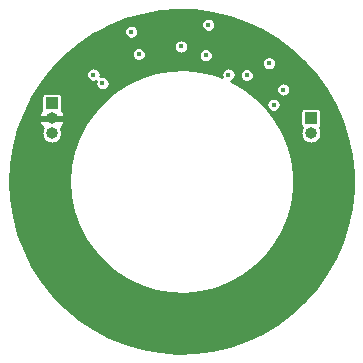
<source format=gbr>
G04 #@! TF.GenerationSoftware,KiCad,Pcbnew,(5.1.4)-1*
G04 #@! TF.CreationDate,2020-07-29T22:37:45-07:00*
G04 #@! TF.ProjectId,Kicad LED Rings_Circular_final_V2,4b696361-6420-44c4-9544-2052696e6773,rev?*
G04 #@! TF.SameCoordinates,Original*
G04 #@! TF.FileFunction,Copper,L3,Inr*
G04 #@! TF.FilePolarity,Positive*
%FSLAX46Y46*%
G04 Gerber Fmt 4.6, Leading zero omitted, Abs format (unit mm)*
G04 Created by KiCad (PCBNEW (5.1.4)-1) date 2020-07-29 22:37:45*
%MOMM*%
%LPD*%
G04 APERTURE LIST*
%ADD10R,1.000000X1.000000*%
%ADD11O,1.000000X1.000000*%
%ADD12C,0.450000*%
%ADD13C,0.254000*%
G04 APERTURE END LIST*
D10*
X98659680Y-73283900D03*
D11*
X98659680Y-74553900D03*
X98659680Y-75823900D03*
D10*
X120591580Y-74553420D03*
D11*
X120591580Y-75823420D03*
D12*
X114348260Y-68521580D03*
X113609120Y-70866000D03*
X105369160Y-67236140D03*
X109595920Y-68486020D03*
X102946200Y-71594980D03*
X117436900Y-73416160D03*
X102176580Y-70868540D03*
X111691370Y-69230190D03*
X118239540Y-72130920D03*
X111894620Y-66652140D03*
X117050820Y-69905880D03*
X106029760Y-69128640D03*
X115173760Y-70911720D03*
D13*
G36*
X110770511Y-65434303D02*
G01*
X112252977Y-65626238D01*
X113707852Y-65969584D01*
X115119712Y-66460702D01*
X116473592Y-67094387D01*
X117755141Y-67863919D01*
X118950772Y-68761144D01*
X120047814Y-69776549D01*
X121034635Y-70899371D01*
X121900777Y-72117708D01*
X122637058Y-73418645D01*
X123235672Y-74788392D01*
X123690276Y-76212430D01*
X123996048Y-77675663D01*
X124149749Y-79162580D01*
X124149749Y-80657420D01*
X123996048Y-82144337D01*
X123690276Y-83607570D01*
X123235672Y-85031608D01*
X122637058Y-86401355D01*
X121900777Y-87702292D01*
X121034635Y-88920629D01*
X120047814Y-90043451D01*
X118950772Y-91058856D01*
X117755141Y-91956081D01*
X116473592Y-92725613D01*
X115119712Y-93359298D01*
X113707852Y-93850416D01*
X112252977Y-94193762D01*
X110770511Y-94385697D01*
X109276166Y-94424186D01*
X107785784Y-94308822D01*
X106315164Y-94040825D01*
X104879893Y-93623039D01*
X103495187Y-93059891D01*
X102175723Y-92357351D01*
X100935489Y-91522866D01*
X99787630Y-90565282D01*
X98744315Y-89494749D01*
X97816604Y-88322615D01*
X97014329Y-87061305D01*
X96345995Y-85724190D01*
X95818687Y-84325443D01*
X95437994Y-82879891D01*
X95207953Y-81402858D01*
X95131000Y-79910000D01*
X100149000Y-79910000D01*
X100233773Y-81176359D01*
X100486578Y-82420121D01*
X100902905Y-83619089D01*
X101475325Y-84751868D01*
X102193621Y-85798244D01*
X103044977Y-86739544D01*
X104014199Y-87558971D01*
X105083993Y-88241901D01*
X106235267Y-88776149D01*
X107447477Y-89152180D01*
X108698991Y-89363284D01*
X109967476Y-89405694D01*
X111230295Y-89278653D01*
X112464914Y-88984429D01*
X113649301Y-88528271D01*
X114762320Y-87918319D01*
X115784110Y-87165460D01*
X116696437Y-86283126D01*
X117483019Y-85287063D01*
X118129821Y-84195047D01*
X118625301Y-83026564D01*
X118960616Y-81802466D01*
X119129783Y-80544597D01*
X119129783Y-79275403D01*
X118960616Y-78017534D01*
X118625301Y-76793436D01*
X118213979Y-75823420D01*
X119706318Y-75823420D01*
X119723328Y-75996126D01*
X119773705Y-76162195D01*
X119855512Y-76315245D01*
X119965605Y-76449395D01*
X120099755Y-76559488D01*
X120252805Y-76641295D01*
X120418874Y-76691672D01*
X120548307Y-76704420D01*
X120634853Y-76704420D01*
X120764286Y-76691672D01*
X120930355Y-76641295D01*
X121083405Y-76559488D01*
X121217555Y-76449395D01*
X121327648Y-76315245D01*
X121409455Y-76162195D01*
X121459832Y-75996126D01*
X121476842Y-75823420D01*
X121459832Y-75650714D01*
X121409455Y-75484645D01*
X121335438Y-75346169D01*
X121362291Y-75324131D01*
X121409902Y-75266116D01*
X121445281Y-75199928D01*
X121467067Y-75128109D01*
X121474423Y-75053420D01*
X121474423Y-74053420D01*
X121467067Y-73978731D01*
X121445281Y-73906912D01*
X121409902Y-73840724D01*
X121362291Y-73782709D01*
X121304276Y-73735098D01*
X121238088Y-73699719D01*
X121166269Y-73677933D01*
X121091580Y-73670577D01*
X120091580Y-73670577D01*
X120016891Y-73677933D01*
X119945072Y-73699719D01*
X119878884Y-73735098D01*
X119820869Y-73782709D01*
X119773258Y-73840724D01*
X119737879Y-73906912D01*
X119716093Y-73978731D01*
X119708737Y-74053420D01*
X119708737Y-75053420D01*
X119716093Y-75128109D01*
X119737879Y-75199928D01*
X119773258Y-75266116D01*
X119820869Y-75324131D01*
X119847722Y-75346169D01*
X119773705Y-75484645D01*
X119723328Y-75650714D01*
X119706318Y-75823420D01*
X118213979Y-75823420D01*
X118129821Y-75624953D01*
X117483019Y-74532937D01*
X116696437Y-73536874D01*
X116509905Y-73356474D01*
X116830900Y-73356474D01*
X116830900Y-73475846D01*
X116854188Y-73592924D01*
X116899870Y-73703209D01*
X116966189Y-73802462D01*
X117050598Y-73886871D01*
X117149851Y-73953190D01*
X117260136Y-73998872D01*
X117377214Y-74022160D01*
X117496586Y-74022160D01*
X117613664Y-73998872D01*
X117723949Y-73953190D01*
X117823202Y-73886871D01*
X117907611Y-73802462D01*
X117973930Y-73703209D01*
X118019612Y-73592924D01*
X118042900Y-73475846D01*
X118042900Y-73356474D01*
X118019612Y-73239396D01*
X117973930Y-73129111D01*
X117907611Y-73029858D01*
X117823202Y-72945449D01*
X117723949Y-72879130D01*
X117613664Y-72833448D01*
X117496586Y-72810160D01*
X117377214Y-72810160D01*
X117260136Y-72833448D01*
X117149851Y-72879130D01*
X117050598Y-72945449D01*
X116966189Y-73029858D01*
X116899870Y-73129111D01*
X116854188Y-73239396D01*
X116830900Y-73356474D01*
X116509905Y-73356474D01*
X115784110Y-72654540D01*
X114992440Y-72071234D01*
X117633540Y-72071234D01*
X117633540Y-72190606D01*
X117656828Y-72307684D01*
X117702510Y-72417969D01*
X117768829Y-72517222D01*
X117853238Y-72601631D01*
X117952491Y-72667950D01*
X118062776Y-72713632D01*
X118179854Y-72736920D01*
X118299226Y-72736920D01*
X118416304Y-72713632D01*
X118526589Y-72667950D01*
X118625842Y-72601631D01*
X118710251Y-72517222D01*
X118776570Y-72417969D01*
X118822252Y-72307684D01*
X118845540Y-72190606D01*
X118845540Y-72071234D01*
X118822252Y-71954156D01*
X118776570Y-71843871D01*
X118710251Y-71744618D01*
X118625842Y-71660209D01*
X118526589Y-71593890D01*
X118416304Y-71548208D01*
X118299226Y-71524920D01*
X118179854Y-71524920D01*
X118062776Y-71548208D01*
X117952491Y-71593890D01*
X117853238Y-71660209D01*
X117768829Y-71744618D01*
X117702510Y-71843871D01*
X117656828Y-71954156D01*
X117633540Y-72071234D01*
X114992440Y-72071234D01*
X114762320Y-71901681D01*
X113871241Y-71413356D01*
X113896169Y-71403030D01*
X113995422Y-71336711D01*
X114079831Y-71252302D01*
X114146150Y-71153049D01*
X114191832Y-71042764D01*
X114215120Y-70925686D01*
X114215120Y-70852034D01*
X114567760Y-70852034D01*
X114567760Y-70971406D01*
X114591048Y-71088484D01*
X114636730Y-71198769D01*
X114703049Y-71298022D01*
X114787458Y-71382431D01*
X114886711Y-71448750D01*
X114996996Y-71494432D01*
X115114074Y-71517720D01*
X115233446Y-71517720D01*
X115350524Y-71494432D01*
X115460809Y-71448750D01*
X115560062Y-71382431D01*
X115644471Y-71298022D01*
X115710790Y-71198769D01*
X115756472Y-71088484D01*
X115779760Y-70971406D01*
X115779760Y-70852034D01*
X115756472Y-70734956D01*
X115710790Y-70624671D01*
X115644471Y-70525418D01*
X115560062Y-70441009D01*
X115460809Y-70374690D01*
X115350524Y-70329008D01*
X115233446Y-70305720D01*
X115114074Y-70305720D01*
X114996996Y-70329008D01*
X114886711Y-70374690D01*
X114787458Y-70441009D01*
X114703049Y-70525418D01*
X114636730Y-70624671D01*
X114591048Y-70734956D01*
X114567760Y-70852034D01*
X114215120Y-70852034D01*
X114215120Y-70806314D01*
X114191832Y-70689236D01*
X114146150Y-70578951D01*
X114079831Y-70479698D01*
X113995422Y-70395289D01*
X113896169Y-70328970D01*
X113785884Y-70283288D01*
X113668806Y-70260000D01*
X113549434Y-70260000D01*
X113432356Y-70283288D01*
X113322071Y-70328970D01*
X113222818Y-70395289D01*
X113138409Y-70479698D01*
X113072090Y-70578951D01*
X113026408Y-70689236D01*
X113003120Y-70806314D01*
X113003120Y-70925686D01*
X113026408Y-71042764D01*
X113030874Y-71053546D01*
X112464914Y-70835571D01*
X111230295Y-70541347D01*
X109967476Y-70414306D01*
X108698991Y-70456716D01*
X107447477Y-70667820D01*
X106235267Y-71043851D01*
X105083993Y-71578099D01*
X104014199Y-72261029D01*
X103044977Y-73080456D01*
X102193621Y-74021756D01*
X101475325Y-75068132D01*
X100902905Y-76200911D01*
X100486578Y-77399879D01*
X100233773Y-78643641D01*
X100149000Y-79910000D01*
X95131000Y-79910000D01*
X95207953Y-78417142D01*
X95437994Y-76940109D01*
X95818687Y-75494557D01*
X96059499Y-74855774D01*
X97565561Y-74855774D01*
X97582234Y-74910764D01*
X97672557Y-75114106D01*
X97800815Y-75295920D01*
X97895054Y-75385504D01*
X97841805Y-75485125D01*
X97791428Y-75651194D01*
X97774418Y-75823900D01*
X97791428Y-75996606D01*
X97841805Y-76162675D01*
X97923612Y-76315725D01*
X98033705Y-76449875D01*
X98167855Y-76559968D01*
X98320905Y-76641775D01*
X98486974Y-76692152D01*
X98616407Y-76704900D01*
X98702953Y-76704900D01*
X98832386Y-76692152D01*
X98998455Y-76641775D01*
X99151505Y-76559968D01*
X99285655Y-76449875D01*
X99395748Y-76315725D01*
X99477555Y-76162675D01*
X99527932Y-75996606D01*
X99544942Y-75823900D01*
X99527932Y-75651194D01*
X99477555Y-75485125D01*
X99424306Y-75385504D01*
X99518545Y-75295920D01*
X99646803Y-75114106D01*
X99737126Y-74910764D01*
X99753799Y-74855774D01*
X99627634Y-74680900D01*
X98786680Y-74680900D01*
X98786680Y-74700900D01*
X98532680Y-74700900D01*
X98532680Y-74680900D01*
X97691726Y-74680900D01*
X97565561Y-74855774D01*
X96059499Y-74855774D01*
X96287103Y-74252026D01*
X97565561Y-74252026D01*
X97691726Y-74426900D01*
X98532680Y-74426900D01*
X98532680Y-74406900D01*
X98786680Y-74406900D01*
X98786680Y-74426900D01*
X99627634Y-74426900D01*
X99753799Y-74252026D01*
X99737126Y-74197036D01*
X99646803Y-73993694D01*
X99537167Y-73838278D01*
X99542523Y-73783900D01*
X99542523Y-72783900D01*
X99535167Y-72709211D01*
X99513381Y-72637392D01*
X99478002Y-72571204D01*
X99430391Y-72513189D01*
X99372376Y-72465578D01*
X99306188Y-72430199D01*
X99234369Y-72408413D01*
X99159680Y-72401057D01*
X98159680Y-72401057D01*
X98084991Y-72408413D01*
X98013172Y-72430199D01*
X97946984Y-72465578D01*
X97888969Y-72513189D01*
X97841358Y-72571204D01*
X97805979Y-72637392D01*
X97784193Y-72709211D01*
X97776837Y-72783900D01*
X97776837Y-73783900D01*
X97782193Y-73838278D01*
X97672557Y-73993694D01*
X97582234Y-74197036D01*
X97565561Y-74252026D01*
X96287103Y-74252026D01*
X96345995Y-74095810D01*
X97014329Y-72758695D01*
X97816604Y-71497385D01*
X98361556Y-70808854D01*
X101570580Y-70808854D01*
X101570580Y-70928226D01*
X101593868Y-71045304D01*
X101639550Y-71155589D01*
X101705869Y-71254842D01*
X101790278Y-71339251D01*
X101889531Y-71405570D01*
X101999816Y-71451252D01*
X102116894Y-71474540D01*
X102236266Y-71474540D01*
X102353344Y-71451252D01*
X102357238Y-71449639D01*
X102340200Y-71535294D01*
X102340200Y-71654666D01*
X102363488Y-71771744D01*
X102409170Y-71882029D01*
X102475489Y-71981282D01*
X102559898Y-72065691D01*
X102659151Y-72132010D01*
X102769436Y-72177692D01*
X102886514Y-72200980D01*
X103005886Y-72200980D01*
X103122964Y-72177692D01*
X103233249Y-72132010D01*
X103332502Y-72065691D01*
X103416911Y-71981282D01*
X103483230Y-71882029D01*
X103528912Y-71771744D01*
X103552200Y-71654666D01*
X103552200Y-71535294D01*
X103528912Y-71418216D01*
X103483230Y-71307931D01*
X103416911Y-71208678D01*
X103332502Y-71124269D01*
X103233249Y-71057950D01*
X103122964Y-71012268D01*
X103005886Y-70988980D01*
X102886514Y-70988980D01*
X102769436Y-71012268D01*
X102765542Y-71013881D01*
X102782580Y-70928226D01*
X102782580Y-70808854D01*
X102759292Y-70691776D01*
X102713610Y-70581491D01*
X102647291Y-70482238D01*
X102562882Y-70397829D01*
X102463629Y-70331510D01*
X102353344Y-70285828D01*
X102236266Y-70262540D01*
X102116894Y-70262540D01*
X101999816Y-70285828D01*
X101889531Y-70331510D01*
X101790278Y-70397829D01*
X101705869Y-70482238D01*
X101639550Y-70581491D01*
X101593868Y-70691776D01*
X101570580Y-70808854D01*
X98361556Y-70808854D01*
X98744315Y-70325251D01*
X99211192Y-69846194D01*
X116444820Y-69846194D01*
X116444820Y-69965566D01*
X116468108Y-70082644D01*
X116513790Y-70192929D01*
X116580109Y-70292182D01*
X116664518Y-70376591D01*
X116763771Y-70442910D01*
X116874056Y-70488592D01*
X116991134Y-70511880D01*
X117110506Y-70511880D01*
X117227584Y-70488592D01*
X117337869Y-70442910D01*
X117437122Y-70376591D01*
X117521531Y-70292182D01*
X117587850Y-70192929D01*
X117633532Y-70082644D01*
X117656820Y-69965566D01*
X117656820Y-69846194D01*
X117633532Y-69729116D01*
X117587850Y-69618831D01*
X117521531Y-69519578D01*
X117437122Y-69435169D01*
X117337869Y-69368850D01*
X117227584Y-69323168D01*
X117110506Y-69299880D01*
X116991134Y-69299880D01*
X116874056Y-69323168D01*
X116763771Y-69368850D01*
X116664518Y-69435169D01*
X116580109Y-69519578D01*
X116513790Y-69618831D01*
X116468108Y-69729116D01*
X116444820Y-69846194D01*
X99211192Y-69846194D01*
X99787630Y-69254718D01*
X100010305Y-69068954D01*
X105423760Y-69068954D01*
X105423760Y-69188326D01*
X105447048Y-69305404D01*
X105492730Y-69415689D01*
X105559049Y-69514942D01*
X105643458Y-69599351D01*
X105742711Y-69665670D01*
X105852996Y-69711352D01*
X105970074Y-69734640D01*
X106089446Y-69734640D01*
X106206524Y-69711352D01*
X106316809Y-69665670D01*
X106416062Y-69599351D01*
X106500471Y-69514942D01*
X106566790Y-69415689D01*
X106612472Y-69305404D01*
X106635760Y-69188326D01*
X106635760Y-69170504D01*
X111085370Y-69170504D01*
X111085370Y-69289876D01*
X111108658Y-69406954D01*
X111154340Y-69517239D01*
X111220659Y-69616492D01*
X111305068Y-69700901D01*
X111404321Y-69767220D01*
X111514606Y-69812902D01*
X111631684Y-69836190D01*
X111751056Y-69836190D01*
X111868134Y-69812902D01*
X111978419Y-69767220D01*
X112077672Y-69700901D01*
X112162081Y-69616492D01*
X112228400Y-69517239D01*
X112274082Y-69406954D01*
X112297370Y-69289876D01*
X112297370Y-69170504D01*
X112274082Y-69053426D01*
X112228400Y-68943141D01*
X112162081Y-68843888D01*
X112077672Y-68759479D01*
X111978419Y-68693160D01*
X111868134Y-68647478D01*
X111751056Y-68624190D01*
X111631684Y-68624190D01*
X111514606Y-68647478D01*
X111404321Y-68693160D01*
X111305068Y-68759479D01*
X111220659Y-68843888D01*
X111154340Y-68943141D01*
X111108658Y-69053426D01*
X111085370Y-69170504D01*
X106635760Y-69170504D01*
X106635760Y-69068954D01*
X106612472Y-68951876D01*
X106566790Y-68841591D01*
X106500471Y-68742338D01*
X106416062Y-68657929D01*
X106316809Y-68591610D01*
X106206524Y-68545928D01*
X106089446Y-68522640D01*
X105970074Y-68522640D01*
X105852996Y-68545928D01*
X105742711Y-68591610D01*
X105643458Y-68657929D01*
X105559049Y-68742338D01*
X105492730Y-68841591D01*
X105447048Y-68951876D01*
X105423760Y-69068954D01*
X100010305Y-69068954D01*
X100780616Y-68426334D01*
X108989920Y-68426334D01*
X108989920Y-68545706D01*
X109013208Y-68662784D01*
X109058890Y-68773069D01*
X109125209Y-68872322D01*
X109209618Y-68956731D01*
X109308871Y-69023050D01*
X109419156Y-69068732D01*
X109536234Y-69092020D01*
X109655606Y-69092020D01*
X109772684Y-69068732D01*
X109882969Y-69023050D01*
X109982222Y-68956731D01*
X110066631Y-68872322D01*
X110132950Y-68773069D01*
X110178632Y-68662784D01*
X110201920Y-68545706D01*
X110201920Y-68426334D01*
X110178632Y-68309256D01*
X110132950Y-68198971D01*
X110066631Y-68099718D01*
X109982222Y-68015309D01*
X109882969Y-67948990D01*
X109772684Y-67903308D01*
X109655606Y-67880020D01*
X109536234Y-67880020D01*
X109419156Y-67903308D01*
X109308871Y-67948990D01*
X109209618Y-68015309D01*
X109125209Y-68099718D01*
X109058890Y-68198971D01*
X109013208Y-68309256D01*
X108989920Y-68426334D01*
X100780616Y-68426334D01*
X100935489Y-68297134D01*
X102175723Y-67462649D01*
X102713235Y-67176454D01*
X104763160Y-67176454D01*
X104763160Y-67295826D01*
X104786448Y-67412904D01*
X104832130Y-67523189D01*
X104898449Y-67622442D01*
X104982858Y-67706851D01*
X105082111Y-67773170D01*
X105192396Y-67818852D01*
X105309474Y-67842140D01*
X105428846Y-67842140D01*
X105545924Y-67818852D01*
X105656209Y-67773170D01*
X105755462Y-67706851D01*
X105839871Y-67622442D01*
X105906190Y-67523189D01*
X105951872Y-67412904D01*
X105975160Y-67295826D01*
X105975160Y-67176454D01*
X105951872Y-67059376D01*
X105906190Y-66949091D01*
X105839871Y-66849838D01*
X105755462Y-66765429D01*
X105656209Y-66699110D01*
X105545924Y-66653428D01*
X105428846Y-66630140D01*
X105309474Y-66630140D01*
X105192396Y-66653428D01*
X105082111Y-66699110D01*
X104982858Y-66765429D01*
X104898449Y-66849838D01*
X104832130Y-66949091D01*
X104786448Y-67059376D01*
X104763160Y-67176454D01*
X102713235Y-67176454D01*
X103495187Y-66760109D01*
X103907428Y-66592454D01*
X111288620Y-66592454D01*
X111288620Y-66711826D01*
X111311908Y-66828904D01*
X111357590Y-66939189D01*
X111423909Y-67038442D01*
X111508318Y-67122851D01*
X111607571Y-67189170D01*
X111717856Y-67234852D01*
X111834934Y-67258140D01*
X111954306Y-67258140D01*
X112071384Y-67234852D01*
X112181669Y-67189170D01*
X112280922Y-67122851D01*
X112365331Y-67038442D01*
X112431650Y-66939189D01*
X112477332Y-66828904D01*
X112500620Y-66711826D01*
X112500620Y-66592454D01*
X112477332Y-66475376D01*
X112431650Y-66365091D01*
X112365331Y-66265838D01*
X112280922Y-66181429D01*
X112181669Y-66115110D01*
X112071384Y-66069428D01*
X111954306Y-66046140D01*
X111834934Y-66046140D01*
X111717856Y-66069428D01*
X111607571Y-66115110D01*
X111508318Y-66181429D01*
X111423909Y-66265838D01*
X111357590Y-66365091D01*
X111311908Y-66475376D01*
X111288620Y-66592454D01*
X103907428Y-66592454D01*
X104879893Y-66196961D01*
X106315164Y-65779175D01*
X107785784Y-65511178D01*
X109276166Y-65395814D01*
X110770511Y-65434303D01*
X110770511Y-65434303D01*
G37*
X110770511Y-65434303D02*
X112252977Y-65626238D01*
X113707852Y-65969584D01*
X115119712Y-66460702D01*
X116473592Y-67094387D01*
X117755141Y-67863919D01*
X118950772Y-68761144D01*
X120047814Y-69776549D01*
X121034635Y-70899371D01*
X121900777Y-72117708D01*
X122637058Y-73418645D01*
X123235672Y-74788392D01*
X123690276Y-76212430D01*
X123996048Y-77675663D01*
X124149749Y-79162580D01*
X124149749Y-80657420D01*
X123996048Y-82144337D01*
X123690276Y-83607570D01*
X123235672Y-85031608D01*
X122637058Y-86401355D01*
X121900777Y-87702292D01*
X121034635Y-88920629D01*
X120047814Y-90043451D01*
X118950772Y-91058856D01*
X117755141Y-91956081D01*
X116473592Y-92725613D01*
X115119712Y-93359298D01*
X113707852Y-93850416D01*
X112252977Y-94193762D01*
X110770511Y-94385697D01*
X109276166Y-94424186D01*
X107785784Y-94308822D01*
X106315164Y-94040825D01*
X104879893Y-93623039D01*
X103495187Y-93059891D01*
X102175723Y-92357351D01*
X100935489Y-91522866D01*
X99787630Y-90565282D01*
X98744315Y-89494749D01*
X97816604Y-88322615D01*
X97014329Y-87061305D01*
X96345995Y-85724190D01*
X95818687Y-84325443D01*
X95437994Y-82879891D01*
X95207953Y-81402858D01*
X95131000Y-79910000D01*
X100149000Y-79910000D01*
X100233773Y-81176359D01*
X100486578Y-82420121D01*
X100902905Y-83619089D01*
X101475325Y-84751868D01*
X102193621Y-85798244D01*
X103044977Y-86739544D01*
X104014199Y-87558971D01*
X105083993Y-88241901D01*
X106235267Y-88776149D01*
X107447477Y-89152180D01*
X108698991Y-89363284D01*
X109967476Y-89405694D01*
X111230295Y-89278653D01*
X112464914Y-88984429D01*
X113649301Y-88528271D01*
X114762320Y-87918319D01*
X115784110Y-87165460D01*
X116696437Y-86283126D01*
X117483019Y-85287063D01*
X118129821Y-84195047D01*
X118625301Y-83026564D01*
X118960616Y-81802466D01*
X119129783Y-80544597D01*
X119129783Y-79275403D01*
X118960616Y-78017534D01*
X118625301Y-76793436D01*
X118213979Y-75823420D01*
X119706318Y-75823420D01*
X119723328Y-75996126D01*
X119773705Y-76162195D01*
X119855512Y-76315245D01*
X119965605Y-76449395D01*
X120099755Y-76559488D01*
X120252805Y-76641295D01*
X120418874Y-76691672D01*
X120548307Y-76704420D01*
X120634853Y-76704420D01*
X120764286Y-76691672D01*
X120930355Y-76641295D01*
X121083405Y-76559488D01*
X121217555Y-76449395D01*
X121327648Y-76315245D01*
X121409455Y-76162195D01*
X121459832Y-75996126D01*
X121476842Y-75823420D01*
X121459832Y-75650714D01*
X121409455Y-75484645D01*
X121335438Y-75346169D01*
X121362291Y-75324131D01*
X121409902Y-75266116D01*
X121445281Y-75199928D01*
X121467067Y-75128109D01*
X121474423Y-75053420D01*
X121474423Y-74053420D01*
X121467067Y-73978731D01*
X121445281Y-73906912D01*
X121409902Y-73840724D01*
X121362291Y-73782709D01*
X121304276Y-73735098D01*
X121238088Y-73699719D01*
X121166269Y-73677933D01*
X121091580Y-73670577D01*
X120091580Y-73670577D01*
X120016891Y-73677933D01*
X119945072Y-73699719D01*
X119878884Y-73735098D01*
X119820869Y-73782709D01*
X119773258Y-73840724D01*
X119737879Y-73906912D01*
X119716093Y-73978731D01*
X119708737Y-74053420D01*
X119708737Y-75053420D01*
X119716093Y-75128109D01*
X119737879Y-75199928D01*
X119773258Y-75266116D01*
X119820869Y-75324131D01*
X119847722Y-75346169D01*
X119773705Y-75484645D01*
X119723328Y-75650714D01*
X119706318Y-75823420D01*
X118213979Y-75823420D01*
X118129821Y-75624953D01*
X117483019Y-74532937D01*
X116696437Y-73536874D01*
X116509905Y-73356474D01*
X116830900Y-73356474D01*
X116830900Y-73475846D01*
X116854188Y-73592924D01*
X116899870Y-73703209D01*
X116966189Y-73802462D01*
X117050598Y-73886871D01*
X117149851Y-73953190D01*
X117260136Y-73998872D01*
X117377214Y-74022160D01*
X117496586Y-74022160D01*
X117613664Y-73998872D01*
X117723949Y-73953190D01*
X117823202Y-73886871D01*
X117907611Y-73802462D01*
X117973930Y-73703209D01*
X118019612Y-73592924D01*
X118042900Y-73475846D01*
X118042900Y-73356474D01*
X118019612Y-73239396D01*
X117973930Y-73129111D01*
X117907611Y-73029858D01*
X117823202Y-72945449D01*
X117723949Y-72879130D01*
X117613664Y-72833448D01*
X117496586Y-72810160D01*
X117377214Y-72810160D01*
X117260136Y-72833448D01*
X117149851Y-72879130D01*
X117050598Y-72945449D01*
X116966189Y-73029858D01*
X116899870Y-73129111D01*
X116854188Y-73239396D01*
X116830900Y-73356474D01*
X116509905Y-73356474D01*
X115784110Y-72654540D01*
X114992440Y-72071234D01*
X117633540Y-72071234D01*
X117633540Y-72190606D01*
X117656828Y-72307684D01*
X117702510Y-72417969D01*
X117768829Y-72517222D01*
X117853238Y-72601631D01*
X117952491Y-72667950D01*
X118062776Y-72713632D01*
X118179854Y-72736920D01*
X118299226Y-72736920D01*
X118416304Y-72713632D01*
X118526589Y-72667950D01*
X118625842Y-72601631D01*
X118710251Y-72517222D01*
X118776570Y-72417969D01*
X118822252Y-72307684D01*
X118845540Y-72190606D01*
X118845540Y-72071234D01*
X118822252Y-71954156D01*
X118776570Y-71843871D01*
X118710251Y-71744618D01*
X118625842Y-71660209D01*
X118526589Y-71593890D01*
X118416304Y-71548208D01*
X118299226Y-71524920D01*
X118179854Y-71524920D01*
X118062776Y-71548208D01*
X117952491Y-71593890D01*
X117853238Y-71660209D01*
X117768829Y-71744618D01*
X117702510Y-71843871D01*
X117656828Y-71954156D01*
X117633540Y-72071234D01*
X114992440Y-72071234D01*
X114762320Y-71901681D01*
X113871241Y-71413356D01*
X113896169Y-71403030D01*
X113995422Y-71336711D01*
X114079831Y-71252302D01*
X114146150Y-71153049D01*
X114191832Y-71042764D01*
X114215120Y-70925686D01*
X114215120Y-70852034D01*
X114567760Y-70852034D01*
X114567760Y-70971406D01*
X114591048Y-71088484D01*
X114636730Y-71198769D01*
X114703049Y-71298022D01*
X114787458Y-71382431D01*
X114886711Y-71448750D01*
X114996996Y-71494432D01*
X115114074Y-71517720D01*
X115233446Y-71517720D01*
X115350524Y-71494432D01*
X115460809Y-71448750D01*
X115560062Y-71382431D01*
X115644471Y-71298022D01*
X115710790Y-71198769D01*
X115756472Y-71088484D01*
X115779760Y-70971406D01*
X115779760Y-70852034D01*
X115756472Y-70734956D01*
X115710790Y-70624671D01*
X115644471Y-70525418D01*
X115560062Y-70441009D01*
X115460809Y-70374690D01*
X115350524Y-70329008D01*
X115233446Y-70305720D01*
X115114074Y-70305720D01*
X114996996Y-70329008D01*
X114886711Y-70374690D01*
X114787458Y-70441009D01*
X114703049Y-70525418D01*
X114636730Y-70624671D01*
X114591048Y-70734956D01*
X114567760Y-70852034D01*
X114215120Y-70852034D01*
X114215120Y-70806314D01*
X114191832Y-70689236D01*
X114146150Y-70578951D01*
X114079831Y-70479698D01*
X113995422Y-70395289D01*
X113896169Y-70328970D01*
X113785884Y-70283288D01*
X113668806Y-70260000D01*
X113549434Y-70260000D01*
X113432356Y-70283288D01*
X113322071Y-70328970D01*
X113222818Y-70395289D01*
X113138409Y-70479698D01*
X113072090Y-70578951D01*
X113026408Y-70689236D01*
X113003120Y-70806314D01*
X113003120Y-70925686D01*
X113026408Y-71042764D01*
X113030874Y-71053546D01*
X112464914Y-70835571D01*
X111230295Y-70541347D01*
X109967476Y-70414306D01*
X108698991Y-70456716D01*
X107447477Y-70667820D01*
X106235267Y-71043851D01*
X105083993Y-71578099D01*
X104014199Y-72261029D01*
X103044977Y-73080456D01*
X102193621Y-74021756D01*
X101475325Y-75068132D01*
X100902905Y-76200911D01*
X100486578Y-77399879D01*
X100233773Y-78643641D01*
X100149000Y-79910000D01*
X95131000Y-79910000D01*
X95207953Y-78417142D01*
X95437994Y-76940109D01*
X95818687Y-75494557D01*
X96059499Y-74855774D01*
X97565561Y-74855774D01*
X97582234Y-74910764D01*
X97672557Y-75114106D01*
X97800815Y-75295920D01*
X97895054Y-75385504D01*
X97841805Y-75485125D01*
X97791428Y-75651194D01*
X97774418Y-75823900D01*
X97791428Y-75996606D01*
X97841805Y-76162675D01*
X97923612Y-76315725D01*
X98033705Y-76449875D01*
X98167855Y-76559968D01*
X98320905Y-76641775D01*
X98486974Y-76692152D01*
X98616407Y-76704900D01*
X98702953Y-76704900D01*
X98832386Y-76692152D01*
X98998455Y-76641775D01*
X99151505Y-76559968D01*
X99285655Y-76449875D01*
X99395748Y-76315725D01*
X99477555Y-76162675D01*
X99527932Y-75996606D01*
X99544942Y-75823900D01*
X99527932Y-75651194D01*
X99477555Y-75485125D01*
X99424306Y-75385504D01*
X99518545Y-75295920D01*
X99646803Y-75114106D01*
X99737126Y-74910764D01*
X99753799Y-74855774D01*
X99627634Y-74680900D01*
X98786680Y-74680900D01*
X98786680Y-74700900D01*
X98532680Y-74700900D01*
X98532680Y-74680900D01*
X97691726Y-74680900D01*
X97565561Y-74855774D01*
X96059499Y-74855774D01*
X96287103Y-74252026D01*
X97565561Y-74252026D01*
X97691726Y-74426900D01*
X98532680Y-74426900D01*
X98532680Y-74406900D01*
X98786680Y-74406900D01*
X98786680Y-74426900D01*
X99627634Y-74426900D01*
X99753799Y-74252026D01*
X99737126Y-74197036D01*
X99646803Y-73993694D01*
X99537167Y-73838278D01*
X99542523Y-73783900D01*
X99542523Y-72783900D01*
X99535167Y-72709211D01*
X99513381Y-72637392D01*
X99478002Y-72571204D01*
X99430391Y-72513189D01*
X99372376Y-72465578D01*
X99306188Y-72430199D01*
X99234369Y-72408413D01*
X99159680Y-72401057D01*
X98159680Y-72401057D01*
X98084991Y-72408413D01*
X98013172Y-72430199D01*
X97946984Y-72465578D01*
X97888969Y-72513189D01*
X97841358Y-72571204D01*
X97805979Y-72637392D01*
X97784193Y-72709211D01*
X97776837Y-72783900D01*
X97776837Y-73783900D01*
X97782193Y-73838278D01*
X97672557Y-73993694D01*
X97582234Y-74197036D01*
X97565561Y-74252026D01*
X96287103Y-74252026D01*
X96345995Y-74095810D01*
X97014329Y-72758695D01*
X97816604Y-71497385D01*
X98361556Y-70808854D01*
X101570580Y-70808854D01*
X101570580Y-70928226D01*
X101593868Y-71045304D01*
X101639550Y-71155589D01*
X101705869Y-71254842D01*
X101790278Y-71339251D01*
X101889531Y-71405570D01*
X101999816Y-71451252D01*
X102116894Y-71474540D01*
X102236266Y-71474540D01*
X102353344Y-71451252D01*
X102357238Y-71449639D01*
X102340200Y-71535294D01*
X102340200Y-71654666D01*
X102363488Y-71771744D01*
X102409170Y-71882029D01*
X102475489Y-71981282D01*
X102559898Y-72065691D01*
X102659151Y-72132010D01*
X102769436Y-72177692D01*
X102886514Y-72200980D01*
X103005886Y-72200980D01*
X103122964Y-72177692D01*
X103233249Y-72132010D01*
X103332502Y-72065691D01*
X103416911Y-71981282D01*
X103483230Y-71882029D01*
X103528912Y-71771744D01*
X103552200Y-71654666D01*
X103552200Y-71535294D01*
X103528912Y-71418216D01*
X103483230Y-71307931D01*
X103416911Y-71208678D01*
X103332502Y-71124269D01*
X103233249Y-71057950D01*
X103122964Y-71012268D01*
X103005886Y-70988980D01*
X102886514Y-70988980D01*
X102769436Y-71012268D01*
X102765542Y-71013881D01*
X102782580Y-70928226D01*
X102782580Y-70808854D01*
X102759292Y-70691776D01*
X102713610Y-70581491D01*
X102647291Y-70482238D01*
X102562882Y-70397829D01*
X102463629Y-70331510D01*
X102353344Y-70285828D01*
X102236266Y-70262540D01*
X102116894Y-70262540D01*
X101999816Y-70285828D01*
X101889531Y-70331510D01*
X101790278Y-70397829D01*
X101705869Y-70482238D01*
X101639550Y-70581491D01*
X101593868Y-70691776D01*
X101570580Y-70808854D01*
X98361556Y-70808854D01*
X98744315Y-70325251D01*
X99211192Y-69846194D01*
X116444820Y-69846194D01*
X116444820Y-69965566D01*
X116468108Y-70082644D01*
X116513790Y-70192929D01*
X116580109Y-70292182D01*
X116664518Y-70376591D01*
X116763771Y-70442910D01*
X116874056Y-70488592D01*
X116991134Y-70511880D01*
X117110506Y-70511880D01*
X117227584Y-70488592D01*
X117337869Y-70442910D01*
X117437122Y-70376591D01*
X117521531Y-70292182D01*
X117587850Y-70192929D01*
X117633532Y-70082644D01*
X117656820Y-69965566D01*
X117656820Y-69846194D01*
X117633532Y-69729116D01*
X117587850Y-69618831D01*
X117521531Y-69519578D01*
X117437122Y-69435169D01*
X117337869Y-69368850D01*
X117227584Y-69323168D01*
X117110506Y-69299880D01*
X116991134Y-69299880D01*
X116874056Y-69323168D01*
X116763771Y-69368850D01*
X116664518Y-69435169D01*
X116580109Y-69519578D01*
X116513790Y-69618831D01*
X116468108Y-69729116D01*
X116444820Y-69846194D01*
X99211192Y-69846194D01*
X99787630Y-69254718D01*
X100010305Y-69068954D01*
X105423760Y-69068954D01*
X105423760Y-69188326D01*
X105447048Y-69305404D01*
X105492730Y-69415689D01*
X105559049Y-69514942D01*
X105643458Y-69599351D01*
X105742711Y-69665670D01*
X105852996Y-69711352D01*
X105970074Y-69734640D01*
X106089446Y-69734640D01*
X106206524Y-69711352D01*
X106316809Y-69665670D01*
X106416062Y-69599351D01*
X106500471Y-69514942D01*
X106566790Y-69415689D01*
X106612472Y-69305404D01*
X106635760Y-69188326D01*
X106635760Y-69170504D01*
X111085370Y-69170504D01*
X111085370Y-69289876D01*
X111108658Y-69406954D01*
X111154340Y-69517239D01*
X111220659Y-69616492D01*
X111305068Y-69700901D01*
X111404321Y-69767220D01*
X111514606Y-69812902D01*
X111631684Y-69836190D01*
X111751056Y-69836190D01*
X111868134Y-69812902D01*
X111978419Y-69767220D01*
X112077672Y-69700901D01*
X112162081Y-69616492D01*
X112228400Y-69517239D01*
X112274082Y-69406954D01*
X112297370Y-69289876D01*
X112297370Y-69170504D01*
X112274082Y-69053426D01*
X112228400Y-68943141D01*
X112162081Y-68843888D01*
X112077672Y-68759479D01*
X111978419Y-68693160D01*
X111868134Y-68647478D01*
X111751056Y-68624190D01*
X111631684Y-68624190D01*
X111514606Y-68647478D01*
X111404321Y-68693160D01*
X111305068Y-68759479D01*
X111220659Y-68843888D01*
X111154340Y-68943141D01*
X111108658Y-69053426D01*
X111085370Y-69170504D01*
X106635760Y-69170504D01*
X106635760Y-69068954D01*
X106612472Y-68951876D01*
X106566790Y-68841591D01*
X106500471Y-68742338D01*
X106416062Y-68657929D01*
X106316809Y-68591610D01*
X106206524Y-68545928D01*
X106089446Y-68522640D01*
X105970074Y-68522640D01*
X105852996Y-68545928D01*
X105742711Y-68591610D01*
X105643458Y-68657929D01*
X105559049Y-68742338D01*
X105492730Y-68841591D01*
X105447048Y-68951876D01*
X105423760Y-69068954D01*
X100010305Y-69068954D01*
X100780616Y-68426334D01*
X108989920Y-68426334D01*
X108989920Y-68545706D01*
X109013208Y-68662784D01*
X109058890Y-68773069D01*
X109125209Y-68872322D01*
X109209618Y-68956731D01*
X109308871Y-69023050D01*
X109419156Y-69068732D01*
X109536234Y-69092020D01*
X109655606Y-69092020D01*
X109772684Y-69068732D01*
X109882969Y-69023050D01*
X109982222Y-68956731D01*
X110066631Y-68872322D01*
X110132950Y-68773069D01*
X110178632Y-68662784D01*
X110201920Y-68545706D01*
X110201920Y-68426334D01*
X110178632Y-68309256D01*
X110132950Y-68198971D01*
X110066631Y-68099718D01*
X109982222Y-68015309D01*
X109882969Y-67948990D01*
X109772684Y-67903308D01*
X109655606Y-67880020D01*
X109536234Y-67880020D01*
X109419156Y-67903308D01*
X109308871Y-67948990D01*
X109209618Y-68015309D01*
X109125209Y-68099718D01*
X109058890Y-68198971D01*
X109013208Y-68309256D01*
X108989920Y-68426334D01*
X100780616Y-68426334D01*
X100935489Y-68297134D01*
X102175723Y-67462649D01*
X102713235Y-67176454D01*
X104763160Y-67176454D01*
X104763160Y-67295826D01*
X104786448Y-67412904D01*
X104832130Y-67523189D01*
X104898449Y-67622442D01*
X104982858Y-67706851D01*
X105082111Y-67773170D01*
X105192396Y-67818852D01*
X105309474Y-67842140D01*
X105428846Y-67842140D01*
X105545924Y-67818852D01*
X105656209Y-67773170D01*
X105755462Y-67706851D01*
X105839871Y-67622442D01*
X105906190Y-67523189D01*
X105951872Y-67412904D01*
X105975160Y-67295826D01*
X105975160Y-67176454D01*
X105951872Y-67059376D01*
X105906190Y-66949091D01*
X105839871Y-66849838D01*
X105755462Y-66765429D01*
X105656209Y-66699110D01*
X105545924Y-66653428D01*
X105428846Y-66630140D01*
X105309474Y-66630140D01*
X105192396Y-66653428D01*
X105082111Y-66699110D01*
X104982858Y-66765429D01*
X104898449Y-66849838D01*
X104832130Y-66949091D01*
X104786448Y-67059376D01*
X104763160Y-67176454D01*
X102713235Y-67176454D01*
X103495187Y-66760109D01*
X103907428Y-66592454D01*
X111288620Y-66592454D01*
X111288620Y-66711826D01*
X111311908Y-66828904D01*
X111357590Y-66939189D01*
X111423909Y-67038442D01*
X111508318Y-67122851D01*
X111607571Y-67189170D01*
X111717856Y-67234852D01*
X111834934Y-67258140D01*
X111954306Y-67258140D01*
X112071384Y-67234852D01*
X112181669Y-67189170D01*
X112280922Y-67122851D01*
X112365331Y-67038442D01*
X112431650Y-66939189D01*
X112477332Y-66828904D01*
X112500620Y-66711826D01*
X112500620Y-66592454D01*
X112477332Y-66475376D01*
X112431650Y-66365091D01*
X112365331Y-66265838D01*
X112280922Y-66181429D01*
X112181669Y-66115110D01*
X112071384Y-66069428D01*
X111954306Y-66046140D01*
X111834934Y-66046140D01*
X111717856Y-66069428D01*
X111607571Y-66115110D01*
X111508318Y-66181429D01*
X111423909Y-66265838D01*
X111357590Y-66365091D01*
X111311908Y-66475376D01*
X111288620Y-66592454D01*
X103907428Y-66592454D01*
X104879893Y-66196961D01*
X106315164Y-65779175D01*
X107785784Y-65511178D01*
X109276166Y-65395814D01*
X110770511Y-65434303D01*
M02*

</source>
